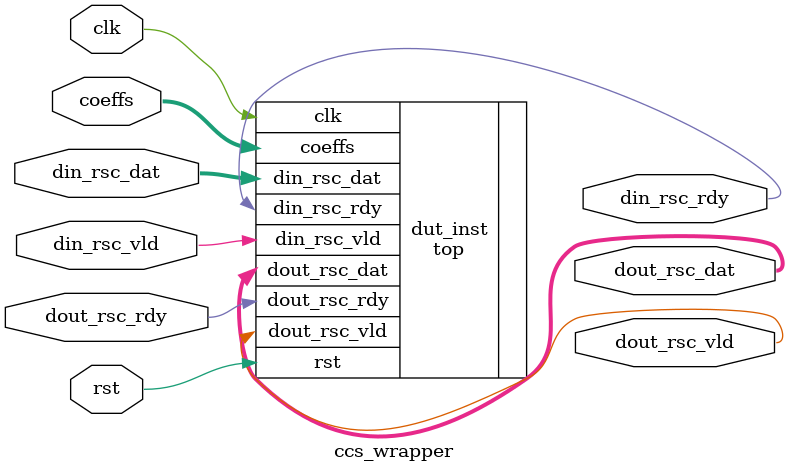
<source format=v>


module ccs_wrapper (
  clk, rst, din_rsc_dat, din_rsc_vld, din_rsc_rdy, coeffs, dout_rsc_dat, dout_rsc_vld, dout_rsc_rdy
);
  input clk;
  input rst;
  input [7:0] din_rsc_dat;
  input din_rsc_vld;
  output din_rsc_rdy;
  input [63:0] coeffs;
  output [7:0] dout_rsc_dat;
  output dout_rsc_vld;
  input dout_rsc_rdy;


  top dut_inst (
    .clk(clk),
    .rst(rst),
    .din_rsc_dat(din_rsc_dat),
    .din_rsc_vld(din_rsc_vld),
    .din_rsc_rdy(din_rsc_rdy),
    .coeffs(coeffs),
    .dout_rsc_dat(dout_rsc_dat),
    .dout_rsc_vld(dout_rsc_vld),
    .dout_rsc_rdy(dout_rsc_rdy)
  );

endmodule


</source>
